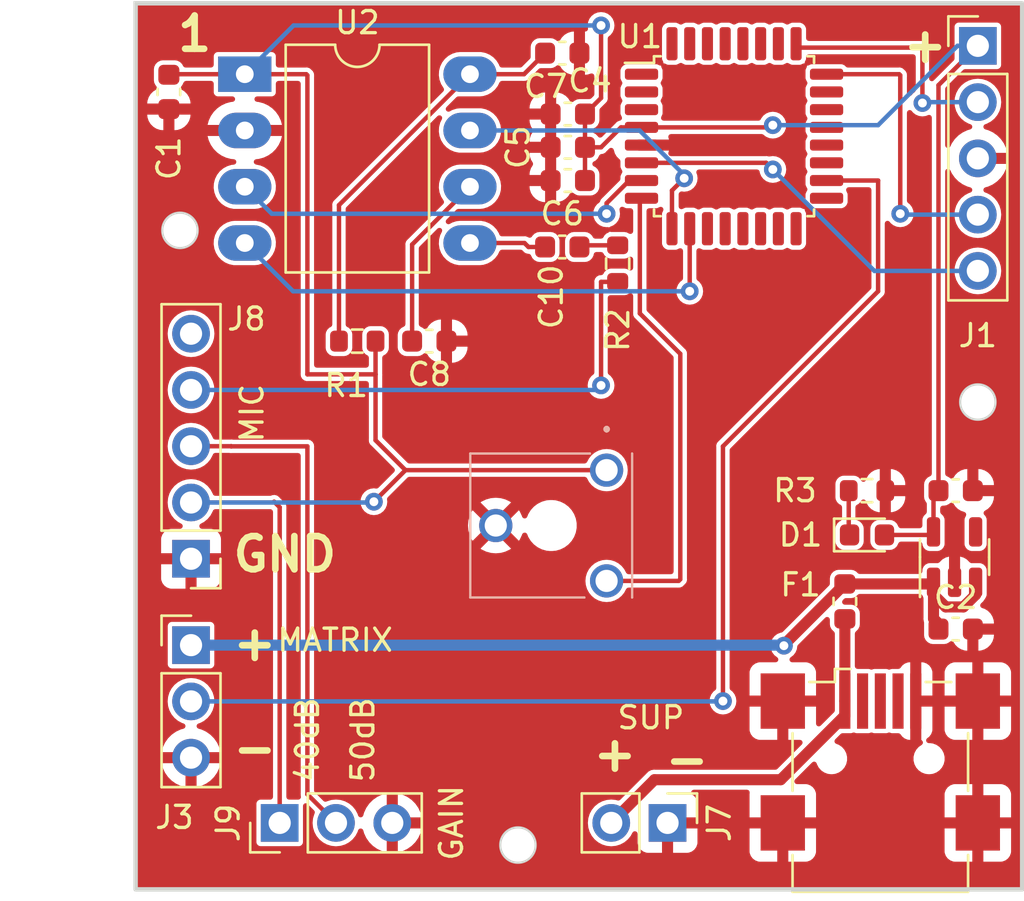
<source format=kicad_pcb>
(kicad_pcb (version 20221018) (generator pcbnew)
  (layers (0 "F.Cu" signal) (31 "B.Cu" signal) (34 "B.Paste" user) (35 "F.Paste" user) (36 "B.SilkS" user "B.Silkscreen") (37 "F.SilkS" user "F.Silkscreen") (38 "B.Mask" user) (39 "F.Mask" user) (44 "Edge.Cuts" user))
  (net 0 "")
  (net 1 "GND")
  (net 2 "NRST")
  (net 3 "+3.3V")
  (net 4 "+BATT")
  (net 5 "Net-(U2-CKIN)")
  (net 6 "Net-(U2-GND)")
  (net 7 "Net-(U2-IN)")
  (net 8 "Net-(C10-Pad2)")
  (net 9 "Net-(D1-K)")
  (net 10 "VBUS")
  (net 11 "SWCLK")
  (net 12 "SWDIO")
  (net 13 "Net-(J8-Pin_3)")
  (net 14 "AUDIO_OUT")
  (net 19 "MSGEQ7_OUT")
  (net 20 "POTI_WIPER")
  (net 21 "MSGEQ7_RESET")
  (net 22 "MSGEQ7_STROBE")
  (net 30 "LED_MATRIX_DIN")
  (footprint "Connector_PinHeader_2.54mm:PinHeader_1x03_P2.54mm_Vertical" (layer "F.Cu") (at 106.5 86 90)
    (fp_text reference "J9" (at 0 -2.33 90) (layer "F.SilkS"))
    (fp_text value "GAIN")
    (fp_line (start -1.33 -1.33) (end 0 -1.33) (stroke (width 0.12)) (layer "F.SilkS"))
    (fp_line (start -1.33 0) (end -1.33 -1.33) (stroke (width 0.12)) (layer "F.SilkS"))
    (fp_line (start -1.33 1.27) (end -1.33 6.41) (stroke (width 0.12)) (layer "F.SilkS"))
    (fp_line (start -1.33 1.27) (end 1.33 1.27) (stroke (width 0.12)) (layer "F.SilkS"))
    (fp_line (start -1.33 6.41) (end 1.33 6.41) (stroke (width 0.12)) (layer "F.SilkS"))
    (fp_line (start 1.33 1.27) (end 1.33 6.41) (stroke (width 0.12)) (layer "F.SilkS"))
    (pad "1" thru_hole rect (at 0 0 90) (size 1.7 1.7) (drill 1) (layers "*.Cu" "*.Mask") (net 3 "+3.3V"))
    (pad "2" thru_hole oval (at 0 2.54 90) (size 1.7 1.7) (drill 1) (layers "*.Cu" "*.Mask") (net 13 "Net-(J8-Pin_3)"))
    (pad "3" thru_hole oval (at 0 5.08 90) (size 1.7 1.7) (drill 1) (layers "*.Cu" "*.Mask") (net 1 "GND"))
  )
  (footprint "Connector_PinHeader_2.54mm:PinHeader_1x05_P2.54mm_Vertical" (layer "F.Cu") (at 102.5 74.075 180)
    (fp_text reference "J8" (at -2.5 10.825 180) (layer "F.SilkS"))
    (fp_text value "MIC")
    (fp_line (start -1.33 -1.33) (end 0 -1.33) (stroke (width 0.12)) (layer "F.SilkS"))
    (fp_line (start -1.33 0) (end -1.33 -1.33) (stroke (width 0.12)) (layer "F.SilkS"))
    (fp_line (start -1.33 1.27) (end -1.33 11.49) (stroke (width 0.12)) (layer "F.SilkS"))
    (fp_line (start -1.33 1.27) (end 1.33 1.27) (stroke (width 0.12)) (layer "F.SilkS"))
    (fp_line (start -1.33 11.49) (end 1.33 11.49) (stroke (width 0.12)) (layer "F.SilkS"))
    (fp_line (start 1.33 1.27) (end 1.33 11.49) (stroke (width 0.12)) (layer "F.SilkS"))
    (pad "1" thru_hole rect (at 0 0 180) (size 1.7 1.7) (drill 1) (layers "*.Cu" "*.Mask") (net 1 "GND"))
    (pad "2" thru_hole oval (at 0 2.54 180) (size 1.7 1.7) (drill 1) (layers "*.Cu" "*.Mask") (net 3 "+3.3V"))
    (pad "3" thru_hole oval (at 0 5.08 180) (size 1.7 1.7) (drill 1) (layers "*.Cu" "*.Mask") (net 13 "Net-(J8-Pin_3)"))
    (pad "4" thru_hole oval (at 0 7.62 180) (size 1.7 1.7) (drill 1) (layers "*.Cu" "*.Mask") (net 14 "AUDIO_OUT"))
    (pad "5" thru_hole oval (at 0 10.16 180) (size 1.7 1.7) (drill 1) (layers "*.Cu" "*.Mask"))
  )
  (footprint "Capacitor_SMD:C_0603_1608Metric" (layer "F.Cu") (at 119.25 60)
    (fp_text reference "C10" (at -0.5 2.25 90) (layer "F.SilkS"))
    (fp_text value "10nF")
    (fp_line (start -0.14058 -0.51) (end 0.14058 -0.51) (stroke (width 0.12)) (layer "F.SilkS"))
    (fp_line (start -0.14058 0.51) (end 0.14058 0.51) (stroke (width 0.12)) (layer "F.SilkS"))
    (pad "1" smd roundrect (at -0.775 0) (size 0.9 0.95) (layers "F.Cu" "F.Paste" "F.Mask") (net 7 "Net-(U2-IN)"))
    (pad "2" smd roundrect (at 0.775 0) (size 0.9 0.95) (layers "F.Cu" "F.Paste" "F.Mask") (net 8 "Net-(C10-Pad2)"))
  )
  (footprint "Connector_PinHeader_2.54mm:PinHeader_1x03_P2.54mm_Vertical" (layer "F.Cu") (at 102.5 77.975)
    (fp_text reference "J3" (at -0.75 7.775) (layer "F.SilkS"))
    (fp_text value "LED_MATRIX")
    (fp_line (start -1.33 -1.33) (end 0 -1.33) (stroke (width 0.12)) (layer "F.SilkS"))
    (fp_line (start -1.33 0) (end -1.33 -1.33) (stroke (width 0.12)) (layer "F.SilkS"))
    (fp_line (start -1.33 1.27) (end -1.33 6.41) (stroke (width 0.12)) (layer "F.SilkS"))
    (fp_line (start -1.33 1.27) (end 1.33 1.27) (stroke (width 0.12)) (layer "F.SilkS"))
    (fp_line (start -1.33 6.41) (end 1.33 6.41) (stroke (width 0.12)) (layer "F.SilkS"))
    (fp_line (start 1.33 1.27) (end 1.33 6.41) (stroke (width 0.12)) (layer "F.SilkS"))
    (pad "1" thru_hole rect (at 0 0) (size 1.7 1.7) (drill 1) (layers "*.Cu" "*.Mask") (net 4 "+BATT"))
    (pad "2" thru_hole oval (at 0 2.54) (size 1.7 1.7) (drill 1) (layers "*.Cu" "*.Mask") (net 30 "LED_MATRIX_DIN"))
    (pad "3" thru_hole oval (at 0 5.08) (size 1.7 1.7) (drill 1) (layers "*.Cu" "*.Mask") (net 1 "GND"))
  )
  (footprint "LED_SMD:LED_0603_1608Metric" (layer "F.Cu") (at 133 73)
    (fp_text reference "D1" (at -3 0) (layer "F.SilkS"))
    (fp_text value "LED" hide)
    (fp_line (start -1.485 -0.735) (end -1.485 0.735) (stroke (width 0.12)) (layer "F.SilkS"))
    (fp_line (start -1.485 0.735) (end 0.8 0.735) (stroke (width 0.12)) (layer "F.SilkS"))
    (fp_line (start 0.8 -0.735) (end -1.485 -0.735) (stroke (width 0.12)) (layer "F.SilkS"))
    (pad "1" smd roundrect (at -0.7875 0) (size 0.875 0.95) (layers "F.Cu" "F.Paste" "F.Mask") (net 9 "Net-(D1-K)"))
    (pad "2" smd roundrect (at 0.7875 0) (size 0.875 0.95) (layers "F.Cu" "F.Paste" "F.Mask") (net 3 "+3.3V"))
  )
  (footprint "Package_DIP:DIP-8_W10.16mm_LongPads" (layer "F.Cu") (at 104.925 52.2)
    (fp_text reference "U2" (at 5.08 -2.33) (layer "F.SilkS"))
    (fp_text value "~")
    (fp_line (start 1.845 -1.33) (end 1.845 8.95) (stroke (width 0.12)) (layer "F.SilkS"))
    (fp_line (start 1.845 8.95) (end 8.315 8.95) (stroke (width 0.12)) (layer "F.SilkS"))
    (fp_line (start 4.08 -1.33) (end 1.845 -1.33) (stroke (width 0.12)) (layer "F.SilkS"))
    (fp_line (start 8.315 -1.33) (end 6.08 -1.33) (stroke (width 0.12)) (layer "F.SilkS"))
    (fp_line (start 8.315 8.95) (end 8.315 -1.33) (stroke (width 0.12)) (layer "F.SilkS"))
    (fp_arc (start 6.08 -1.33) (mid 5.08 -0.33) (end 4.08 -1.33) (stroke (width 0.12)) (layer "F.SilkS"))
    (pad "1" thru_hole rect (at 0 0) (size 2.4 1.6) (drill 0.8) (layers "*.Cu" "*.Mask") (net 3 "+3.3V"))
    (pad "2" thru_hole oval (at 0 2.54) (size 2.4 1.6) (drill 0.8) (layers "*.Cu" "*.Mask") (net 1 "GND"))
    (pad "3" thru_hole oval (at 0 5.08) (size 2.4 1.6) (drill 0.8) (layers "*.Cu" "*.Mask") (net 19 "MSGEQ7_OUT"))
    (pad "4" thru_hole oval (at 0 7.62) (size 2.4 1.6) (drill 0.8) (layers "*.Cu" "*.Mask") (net 22 "MSGEQ7_STROBE"))
    (pad "5" thru_hole oval (at 10.16 7.62) (size 2.4 1.6) (drill 0.8) (layers "*.Cu" "*.Mask") (net 7 "Net-(U2-IN)"))
    (pad "6" thru_hole oval (at 10.16 5.08) (size 2.4 1.6) (drill 0.8) (layers "*.Cu" "*.Mask") (net 6 "Net-(U2-GND)"))
    (pad "7" thru_hole oval (at 10.16 2.54) (size 2.4 1.6) (drill 0.8) (layers "*.Cu" "*.Mask") (net 21 "MSGEQ7_RESET"))
    (pad "8" thru_hole oval (at 10.16 0) (size 2.4 1.6) (drill 0.8) (layers "*.Cu" "*.Mask") (net 5 "Net-(U2-CKIN)"))
  )
  (footprint "Capacitor_SMD:C_0603_1608Metric" (layer "F.Cu") (at 119.5 55.5 180)
    (fp_text reference "C5" (at 2.25 0 90) (layer "F.SilkS"))
    (fp_text value "100nF")
    (fp_line (start -0.14058 -0.51) (end 0.14058 -0.51) (stroke (width 0.12)) (layer "F.SilkS"))
    (fp_line (start -0.14058 0.51) (end 0.14058 0.51) (stroke (width 0.12)) (layer "F.SilkS"))
    (pad "1" smd roundrect (at -0.775 0 180) (size 0.9 0.95) (layers "F.Cu" "F.Paste" "F.Mask") (net 3 "+3.3V"))
    (pad "2" smd roundrect (at 0.775 0 180) (size 0.9 0.95) (layers "F.Cu" "F.Paste" "F.Mask") (net 1 "GND"))
  )
  (footprint "Capacitor_SMD:C_0603_1608Metric" (layer "F.Cu") (at 119.25 51.25)
    (fp_text reference "C7" (at -0.75 1.5) (layer "F.SilkS"))
    (fp_text value "33 pF")
    (fp_line (start -0.14058 -0.51) (end 0.14058 -0.51) (stroke (width 0.12)) (layer "F.SilkS"))
    (fp_line (start -0.14058 0.51) (end 0.14058 0.51) (stroke (width 0.12)) (layer "F.SilkS"))
    (pad "1" smd roundrect (at -0.775 0) (size 0.9 0.95) (layers "F.Cu" "F.Paste" "F.Mask") (net 5 "Net-(U2-CKIN)"))
    (pad "2" smd roundrect (at 0.775 0) (size 0.9 0.95) (layers "F.Cu" "F.Paste" "F.Mask") (net 1 "GND"))
  )
  (footprint "Capacitor_SMD:C_0603_1608Metric" (layer "F.Cu") (at 101.5 53 -90)
    (fp_text reference "C1" (at 3 0 90) (layer "F.SilkS"))
    (fp_text value "100nF")
    (fp_line (start -0.14058 -0.51) (end 0.14058 -0.51) (stroke (width 0.12)) (layer "F.SilkS"))
    (fp_line (start -0.14058 0.51) (end 0.14058 0.51) (stroke (width 0.12)) (layer "F.SilkS"))
    (pad "1" smd roundrect (at -0.775 0 270) (size 0.9 0.95) (layers "F.Cu" "F.Paste" "F.Mask") (net 3 "+3.3V"))
    (pad "2" smd roundrect (at 0.775 0 270) (size 0.9 0.95) (layers "F.Cu" "F.Paste" "F.Mask") (net 1 "GND"))
  )
  (footprint "Fuse:Fuse_0603_1608Metric" (layer "F.Cu") (at 132 76 90)
    (fp_text reference "F1" (at 0.75 -2 180) (layer "F.SilkS"))
    (fp_text value "Fuse" hide)
    (fp_line (start -0.162779 -0.51) (end 0.162779 -0.51) (stroke (width 0.12)) (layer "F.SilkS"))
    (fp_line (start -0.162779 0.51) (end 0.162779 0.51) (stroke (width 0.12)) (layer "F.SilkS"))
    (pad "1" smd roundrect (at -0.7875 0 90) (size 0.875 0.95) (layers "F.Cu" "F.Paste" "F.Mask") (net 10 "VBUS"))
    (pad "2" smd roundrect (at 0.7875 0 90) (size 0.875 0.95) (layers "F.Cu" "F.Paste" "F.Mask") (net 4 "+BATT"))
  )
  (footprint "Package_QFP:LQFP-32_7x7mm_P0.8mm" (layer "F.Cu") (at 127 55)
    (fp_text reference "U1" (at -4.25 -4.5) (layer "F.SilkS"))
    (fp_text value "STM32G070KBTx")
    (fp_line (start -3.61 -3.61) (end -3.61 -3.31) (stroke (width 0.12)) (layer "F.SilkS"))
    (fp_line (start -3.61 -3.31) (end -4.925 -3.31) (stroke (width 0.12)) (layer "F.SilkS"))
    (fp_line (start -3.61 3.61) (end -3.61 3.31) (stroke (width 0.12)) (layer "F.SilkS"))
    (fp_line (start -3.31 -3.61) (end -3.61 -3.61) (stroke (width 0.12)) (layer "F.SilkS"))
    (fp_line (start -3.31 3.61) (end -3.61 3.61) (stroke (width 0.12)) (layer "F.SilkS"))
    (fp_line (start 3.31 -3.61) (end 3.61 -3.61) (stroke (width 0.12)) (layer "F.SilkS"))
    (fp_line (start 3.31 3.61) (end 3.61 3.61) (stroke (width 0.12)) (layer "F.SilkS"))
    (fp_line (start 3.61 -3.61) (end 3.61 -3.31) (stroke (width 0.12)) (layer "F.SilkS"))
    (fp_line (start 3.61 3.61) (end 3.61 3.31) (stroke (width 0.12)) (layer "F.SilkS"))
    (pad "1" smd roundrect (at -4.175 -2.8) (size 1.5 0.5) (layers "F.Cu" "F.Paste" "F.Mask"))
    (pad "2" smd roundrect (at -4.175 -2) (size 1.5 0.5) (layers "F.Cu" "F.Paste" "F.Mask"))
    (pad "3" smd roundrect (at -4.175 -1.2) (size 1.5 0.5) (layers "F.Cu" "F.Paste" "F.Mask"))
    (pad "4" smd roundrect (at -4.175 -0.4) (size 1.5 0.5) (layers "F.Cu" "F.Paste" "F.Mask") (net 3 "+3.3V"))
    (pad "5" smd roundrect (at -4.175 0.4) (size 1.5 0.5) (layers "F.Cu" "F.Paste" "F.Mask") (net 1 "GND"))
    (pad "6" smd roundrect (at -4.175 1.2) (size 1.5 0.5) (layers "F.Cu" "F.Paste" "F.Mask") (net 2 "NRST"))
    (pad "7" smd roundrect (at -4.175 2) (size 1.5 0.5) (layers "F.Cu" "F.Paste" "F.Mask") (net 19 "MSGEQ7_OUT"))
    (pad "8" smd roundrect (at -4.175 2.8) (size 1.5 0.5) (layers "F.Cu" "F.Paste" "F.Mask") (net 20 "POTI_WIPER"))
    (pad "9" smd roundrect (at -2.8 4.175) (size 0.5 1.5) (layers "F.Cu" "F.Paste" "F.Mask") (net 21 "MSGEQ7_RESET"))
    (pad "10" smd roundrect (at -2 4.175) (size 0.5 1.5) (layers "F.Cu" "F.Paste" "F.Mask") (net 22 "MSGEQ7_STROBE"))
    (pad "11" smd roundrect (at -1.2 4.175) (size 0.5 1.5) (layers "F.Cu" "F.Paste" "F.Mask"))
    (pad "12" smd roundrect (at -0.4 4.175) (size 0.5 1.5) (layers "F.Cu" "F.Paste" "F.Mask"))
    (pad "13" smd roundrect (at 0.4 4.175) (size 0.5 1.5) (layers "F.Cu" "F.Paste" "F.Mask"))
    (pad "14" smd roundrect (at 1.2 4.175) (size 0.5 1.5) (layers "F.Cu" "F.Paste" "F.Mask"))
    (pad "15" smd roundrect (at 2 4.175) (size 0.5 1.5) (layers "F.Cu" "F.Paste" "F.Mask"))
    (pad "16" smd roundrect (at 2.8 4.175) (size 0.5 1.5) (layers "F.Cu" "F.Paste" "F.Mask"))
    (pad "17" smd roundrect (at 4.175 2.8) (size 1.5 0.5) (layers "F.Cu" "F.Paste" "F.Mask"))
    (pad "18" smd roundrect (at 4.175 2) (size 1.5 0.5) (layers "F.Cu" "F.Paste" "F.Mask") (net 30 "LED_MATRIX_DIN"))
    (pad "19" smd roundrect (at 4.175 1.2) (size 1.5 0.5) (layers "F.Cu" "F.Paste" "F.Mask"))
    (pad "20" smd roundrect (at 4.175 0.4) (size 1.5 0.5) (layers "F.Cu" "F.Paste" "F.Mask"))
    (pad "21" smd roundrect (at 4.175 -0.4) (size 1.5 0.5) (layers "F.Cu" "F.Paste" "F.Mask"))
    (pad "22" smd roundrect (at 4.175 -1.2) (size 1.5 0.5) (layers "F.Cu" "F.Paste" "F.Mask"))
    (pad "23" smd roundrect (at 4.175 -2) (size 1.5 0.5) (layers "F.Cu" "F.Paste" "F.Mask"))
    (pad "24" smd roundrect (at 4.175 -2.8) (size 1.5 0.5) (layers "F.Cu" "F.Paste" "F.Mask") (net 12 "SWDIO"))
    (pad "25" smd roundrect (at 2.8 -4.175) (size 0.5 1.5) (layers "F.Cu" "F.Paste" "F.Mask") (net 11 "SWCLK"))
    (pad "26" smd roundrect (at 2 -4.175) (size 0.5 1.5) (layers "F.Cu" "F.Paste" "F.Mask"))
    (pad "27" smd roundrect (at 1.2 -4.175) (size 0.5 1.5) (layers "F.Cu" "F.Paste" "F.Mask"))
    (pad "28" smd roundrect (at 0.4 -4.175) (size 0.5 1.5) (layers "F.Cu" "F.Paste" "F.Mask"))
    (pad "29" smd roundrect (at -0.4 -4.175) (size 0.5 1.5) (layers "F.Cu" "F.Paste" "F.Mask"))
    (pad "30" smd roundrect (at -1.2 -4.175) (size 0.5 1.5) (layers "F.Cu" "F.Paste" "F.Mask"))
    (pad "31" smd roundrect (at -2 -4.175) (size 0.5 1.5) (layers "F.Cu" "F.Paste" "F.Mask"))
    (pad "32" smd roundrect (at -2.8 -4.175) (size 0.5 1.5) (layers "F.Cu" "F.Paste" "F.Mask"))
  )
  (footprint "Capacitor_SMD:C_0603_1608Metric" (layer "F.Cu") (at 137 77.25)
    (fp_text reference "C2" (at 0 -1.43) (layer "F.SilkS"))
    (fp_text value "100nF")
    (fp_line (start -0.14058 -0.51) (end 0.14058 -0.51) (stroke (width 0.12)) (layer "F.SilkS"))
    (fp_line (start -0.14058 0.51) (end 0.14058 0.51) (stroke (width 0.12)) (layer "F.SilkS"))
    (pad "1" smd roundrect (at -0.775 0) (size 0.9 0.95) (layers "F.Cu" "F.Paste" "F.Mask") (net 4 "+BATT"))
    (pad "2" smd roundrect (at 0.775 0) (size 0.9 0.95) (layers "F.Cu" "F.Paste" "F.Mask") (net 1 "GND"))
  )
  (footprint "Resistor_SMD:R_0603_1608Metric" (layer "F.Cu") (at 133 71 180)
    (fp_text reference "R3" (at 3.25 0) (layer "F.SilkS"))
    (fp_text value "22k" hide)
    (fp_line (start -0.237258 -0.5225) (end 0.237258 -0.5225) (stroke (width 0.12)) (layer "F.SilkS"))
    (fp_line (start -0.237258 0.5225) (end 0.237258 0.5225) (stroke (width 0.12)) (layer "F.SilkS"))
    (pad "1" smd roundrect (at -0.825 0 180) (size 0.8 0.95) (layers "F.Cu" "F.Paste" "F.Mask") (net 1 "GND"))
    (pad "2" smd roundrect (at 0.825 0 180) (size 0.8 0.95) (layers "F.Cu" "F.Paste" "F.Mask") (net 9 "Net-(D1-K)"))
  )
  (footprint "Connector_PinHeader_2.54mm:PinHeader_1x02_P2.54mm_Vertical" (layer "F.Cu") (at 124 86 -90)
    (fp_text reference "J7" (at 0 -2.33 90) (layer "F.SilkS"))
    (fp_text value "Battery")
    (fp_line (start -1.33 -1.33) (end 0 -1.33) (stroke (width 0.12)) (layer "F.SilkS"))
    (fp_line (start -1.33 0) (end -1.33 -1.33) (stroke (width 0.12)) (layer "F.SilkS"))
    (fp_line (start -1.33 1.27) (end -1.33 3.87) (stroke (width 0.12)) (layer "F.SilkS"))
    (fp_line (start -1.33 1.27) (end 1.33 1.27) (stroke (width 0.12)) (layer "F.SilkS"))
    (fp_line (start -1.33 3.87) (end 1.33 3.87) (stroke (width 0.12)) (layer "F.SilkS"))
    (fp_line (start 1.33 1.27) (end 1.33 3.87) (stroke (width 0.12)) (layer "F.SilkS"))
    (pad "1" thru_hole rect (at 0 0 270) (size 1.7 1.7) (drill 1) (layers "*.Cu" "*.Mask") (net 1 "GND"))
    (pad "2" thru_hole oval (at 0 2.54 270) (size 1.7 1.7) (drill 1) (layers "*.Cu" "*.Mask") (net 10 "VBUS"))
  )
  (footprint "Connector_USB:USB_Mini-B_Wuerth_65100516121_Horizontal" (layer "F.Cu") (at 133.6 83.1)
    (fp_text reference "J2" hide)
    (fp_text value "USB_B_Mini" hide)
    (fp_line (start -3.96 1.45) (end -3.96 -1.15) (stroke (width 0.12)) (layer "F.SilkS"))
    (fp_line (start -3.96 4.35) (end -3.96 6.01) (stroke (width 0.12)) (layer "F.SilkS"))
    (fp_line (start -3.96 6.01) (end 3.96 6.01) (stroke (width 0.12)) (layer "F.SilkS"))
    (fp_line (start -3.2 -3.46) (end -2.05 -3.46) (stroke (width 0.12)) (layer "F.SilkS"))
    (fp_line (start -2.05 -4.05) (end -1.35 -4.05) (stroke (width 0.12)) (layer "F.SilkS"))
    (fp_line (start -2.05 -3.46) (end -2.05 -4.05) (stroke (width 0.12)) (layer "F.SilkS"))
    (fp_line (start 2.05 -3.46) (end 3.2 -3.46) (stroke (width 0.12)) (layer "F.SilkS"))
    (fp_line (start 3.96 -1.15) (end 3.96 1.45) (stroke (width 0.12)) (layer "F.SilkS"))
    (fp_line (start 3.96 6.01) (end 3.96 4.35) (stroke (width 0.12)) (layer "F.SilkS"))
    (pad "" np_thru_hole circle (at -2.2 0) (size 0.9 0.9) (drill 0.9) (layers "*.Cu" "*.Mask"))
    (pad "" np_thru_hole circle (at 2.2 0) (size 0.9 0.9) (drill 0.9) (layers "*.Cu" "*.Mask"))
    (pad "1" smd rect (at -1.6 -2.6) (size 0.5 2.5) (layers "F.Cu" "F.Paste" "F.Mask") (net 10 "VBUS"))
    (pad "2" smd rect (at -0.8 -2.6) (size 0.5 2.5) (layers "F.Cu" "F.Paste" "F.Mask"))
    (pad "3" smd rect (at 0 -2.6) (size 0.5 2.5) (layers "F.Cu" "F.Paste" "F.Mask"))
    (pad "4" smd rect (at 0.8 -2.6) (size 0.5 2.5) (layers "F.Cu" "F.Paste" "F.Mask"))
    (pad "5" smd rect (at 1.6 -2.6) (size 0.5 2.5) (layers "F.Cu" "F.Paste" "F.Mask") (net 1 "GND"))
    (pad "6" smd rect (at -4.4 -2.6) (size 2 2.5) (layers "F.Cu" "F.Paste" "F.Mask") (net 1 "GND"))
    (pad "6" smd rect (at -4.4 2.9) (size 2 2.5) (layers "F.Cu" "F.Paste" "F.Mask") (net 1 "GND"))
    (pad "6" smd rect (at 4.4 -2.6) (size 2 2.5) (layers "F.Cu" "F.Paste" "F.Mask") (net 1 "GND"))
    (pad "6" smd rect (at 4.4 2.9) (size 2 2.5) (layers "F.Cu" "F.Paste" "F.Mask") (net 1 "GND"))
  )
  (footprint "Resistor_SMD:R_0603_1608Metric" (layer "F.Cu") (at 121.75 60.75 90)
    (fp_text reference "R2" (at -3 0 90) (layer "F.SilkS"))
    (fp_text value "22k")
    (fp_line (start -0.237258 -0.5225) (end 0.237258 -0.5225) (stroke (width 0.12)) (layer "F.SilkS"))
    (fp_line (start -0.237258 0.5225) (end 0.237258 0.5225) (stroke (width 0.12)) (layer "F.SilkS"))
    (pad "1" smd roundrect (at -0.825 0 90) (size 0.8 0.95) (layers "F.Cu" "F.Paste" "F.Mask") (net 14 "AUDIO_OUT"))
    (pad "2" smd roundrect (at 0.825 0 90) (size 0.8 0.95) (layers "F.Cu" "F.Paste" "F.Mask") (net 8 "Net-(C10-Pad2)"))
  )
  (footprint "Package_TO_SOT_SMD:SOT-23-5" (layer "F.Cu") (at 136.95 74 90)
    (fp_text reference "U3" hide)
    (fp_text value "TCR2LF33" hide)
    (fp_line (start 0 -1.56) (end -1.8 -1.56) (stroke (width 0.12)) (layer "F.SilkS"))
    (fp_line (start 0 -1.56) (end 0.8 -1.56) (stroke (width 0.12)) (layer "F.SilkS"))
    (fp_line (start 0 1.56) (end -0.8 1.56) (stroke (width 0.12)) (layer "F.SilkS"))
    (fp_line (start 0 1.56) (end 0.8 1.56) (stroke (width 0.12)) (layer "F.SilkS"))
    (pad "1" smd roundrect (at -1.1375 -0.95 90) (size 1.325 0.6) (layers "F.Cu" "F.Paste" "F.Mask") (net 4 "+BATT"))
    (pad "2" smd roundrect (at -1.1375 0 90) (size 1.325 0.6) (layers "F.Cu" "F.Paste" "F.Mask") (net 1 "GND"))
    (pad "3" smd roundrect (at -1.1375 0.95 90) (size 1.325 0.6) (layers "F.Cu" "F.Paste" "F.Mask") (net 4 "+BATT"))
    (pad "4" smd roundrect (at 1.1375 0.95 90) (size 1.325 0.6) (layers "F.Cu" "F.Paste" "F.Mask"))
    (pad "5" smd roundrect (at 1.1375 -0.95 90) (size 1.325 0.6) (layers "F.Cu" "F.Paste" "F.Mask") (net 3 "+3.3V"))
  )
  (footprint "Capacitor_SMD:C_0603_1608Metric" (layer "F.Cu") (at 119.5 57 180)
    (fp_text reference "C6" (at 0.25 -1.5) (layer "F.SilkS"))
    (fp_text value "100nF")
    (fp_line (start -0.14058 -0.51) (end 0.14058 -0.51) (stroke (width 0.12)) (layer "F.SilkS"))
    (fp_line (start -0.14058 0.51) (end 0.14058 0.51) (stroke (width 0.12)) (layer "F.SilkS"))
    (pad "1" smd roundrect (at -0.775 0 180) (size 0.9 0.95) (layers "F.Cu" "F.Paste" "F.Mask") (net 3 "+3.3V"))
    (pad "2" smd roundrect (at 0.775 0 180) (size 0.9 0.95) (layers "F.Cu" "F.Paste" "F.Mask") (net 1 "GND"))
  )
  (footprint "Capacitor_SMD:C_0603_1608Metric" (layer "F.Cu") (at 119.5 54 180)
    (fp_text reference "C4" (at -1 1.5 180) (layer "F.SilkS"))
    (fp_text value "4.7µF")
    (fp_line (start -0.14058 -0.51) (end 0.14058 -0.51) (stroke (width 0.12)) (layer "F.SilkS"))
    (fp_line (start -0.14058 0.51) (end 0.14058 0.51) (stroke (width 0.12)) (layer "F.SilkS"))
    (pad "1" smd roundrect (at -0.775 0 180) (size 0.9 0.95) (layers "F.Cu" "F.Paste" "F.Mask") (net 3 "+3.3V"))
    (pad "2" smd roundrect (at 0.775 0 180) (size 0.9 0.95) (layers "F.Cu" "F.Paste" "F.Mask") (net 1 "GND"))
  )
  (footprint "Capacitor_SMD:C_0603_1608Metric" (layer "F.Cu") (at 137 71)
    (fp_text reference "C3" hide)
    (fp_text value "100nF" hide)
    (fp_line (start -0.14058 -0.51) (end 0.14058 -0.51) (stroke (width 0.12)) (layer "F.SilkS"))
    (fp_line (start -0.14058 0.51) (end 0.14058 0.51) (stroke (width 0.12)) (layer "F.SilkS"))
    (pad "1" smd roundrect (at -0.775 0) (size 0.9 0.95) (layers "F.Cu" "F.Paste" "F.Mask") (net 3 "+3.3V"))
    (pad "2" smd roundrect (at 0.775 0) (size 0.9 0.95) (layers "F.Cu" "F.Paste" "F.Mask") (net 1 "GND"))
  )
  (footprint "Resistor_SMD:R_0603_1608Metric" (layer "F.Cu") (at 110 64.25)
    (fp_text reference "R1" (at -0.5 2) (layer "F.SilkS"))
    (fp_text value "200k")
    (fp_line (start -0.237258 -0.5225) (end 0.237258 -0.5225) (stroke (width 0.12)) (layer "F.SilkS"))
    (fp_line (start -0.237258 0.5225) (end 0.237258 0.5225) (stroke (width 0.12)) (layer "F.SilkS"))
    (pad "1" smd roundrect (at -0.825 0) (size 0.8 0.95) (layers "F.Cu" "F.Paste" "F.Mask") (net 5 "Net-(U2-CKIN)"))
    (pad "2" smd roundrect (at 0.825 0) (size 0.8 0.95) (layers "F.Cu" "F.Paste" "F.Mask") (net 3 "+3.3V"))
  )
  (footprint "Capacitor_SMD:C_0603_1608Metric" (layer "F.Cu") (at 113.25 64.25)
    (fp_text reference "C8" (at 0 1.5) (layer "F.SilkS"))
    (fp_text value "100nF")
    (fp_line (start -0.14058 -0.51) (end 0.14058 -0.51) (stroke (width 0.12)) (layer "F.SilkS"))
    (fp_line (start -0.14058 0.51) (end 0.14058 0.51) (stroke (width 0.12)) (layer "F.SilkS"))
    (pad "1" smd roundrect (at -0.775 0) (size 0.9 0.95) (layers "F.Cu" "F.Paste" "F.Mask") (net 6 "Net-(U2-GND)"))
    (pad "2" smd roundrect (at 0.775 0) (size 0.9 0.95) (layers "F.Cu" "F.Paste" "F.Mask") (net 1 "GND"))
  )
  (footprint "Connector_PinHeader_2.54mm:PinHeader_1x05_P2.54mm_Vertical" (layer "F.Cu") (at 138 50.92)
    (fp_text reference "J1" (at 0 13.08) (layer "F.SilkS"))
    (fp_text value "SWD")
    (fp_line (start -1.33 -1.33) (end 0 -1.33) (stroke (width 0.12)) (layer "F.SilkS"))
    (fp_line (start -1.33 0) (end -1.33 -1.33) (stroke (width 0.12)) (layer "F.SilkS"))
    (fp_line (start -1.33 1.27) (end -1.33 11.49) (stroke (width 0.12)) (layer "F.SilkS"))
    (fp_line (start -1.33 1.27) (end 1.33 1.27) (stroke (width 0.12)) (layer "F.SilkS"))
    (fp_line (start -1.33 11.49) (end 1.33 11.49) (stroke (width 0.12)) (layer "F.SilkS"))
    (fp_line (start 1.33 1.27) (end 1.33 11.49) (stroke (width 0.12)) (layer "F.SilkS"))
    (pad "1" thru_hole rect (at 0 0) (size 1.7 1.7) (drill 1) (layers "*.Cu" "*.Mask") (net 3 "+3.3V"))
    (pad "2" thru_hole oval (at 0 2.54) (size 1.7 1.7) (drill 1) (layers "*.Cu" "*.Mask") (net 11 "SWCLK"))
    (pad "3" thru_hole oval (at 0 5.08) (size 1.7 1.7) (drill 1) (layers "*.Cu" "*.Mask") (net 1 "GND"))
    (pad "4" thru_hole oval (at 0 7.62) (size 1.7 1.7) (drill 1) (layers "*.Cu" "*.Mask") (net 12 "SWDIO"))
    (pad "5" thru_hole oval (at 0 10.16) (size 1.7 1.7) (drill 1) (layers "*.Cu" "*.Mask") (net 2 "NRST"))
  )
  (footprint "SamacSys_Parts:601010" (layer "B.Cu") (at 121.25 70.075 -90)
    (fp_text reference "VR1" hide)
    (fp_text value "601010" hide)
    (fp_line (start -1.9 0) (end -1.9 0) (stroke (width 0.2)) (layer "B.SilkS"))
    (fp_line (start -1.9 0) (end -1.9 0) (stroke (width 0.2)) (layer "B.SilkS"))
    (fp_line (start -1.8 0) (end -1.8 0) (stroke (width 0.2)) (layer "B.SilkS"))
    (fp_line (start -0.75 -1.15) (end -0.75 -1.15) (stroke (width 0.1)) (layer "B.SilkS"))
    (fp_line (start -0.75 -1.15) (end 5.75 -1.15) (stroke (width 0.1)) (layer "B.SilkS"))
    (fp_line (start -0.75 0.75) (end -0.75 0.75) (stroke (width 0.1)) (layer "B.SilkS"))
    (fp_line (start -0.75 0.75) (end -0.75 6.15) (stroke (width 0.1)) (layer "B.SilkS"))
    (fp_line (start -0.75 6.15) (end -0.75 0.75) (stroke (width 0.1)) (layer "B.SilkS"))
    (fp_line (start -0.75 6.15) (end -0.75 6.15) (stroke (width 0.1)) (layer "B.SilkS"))
    (fp_line (start -0.75 6.15) (end -0.75 6.15) (stroke (width 0.1)) (layer "B.SilkS"))
    (fp_line (start -0.75 6.15) (end 5.75 6.15) (stroke (width 0.1)) (layer "B.SilkS"))
    (fp_line (start 5.75 -1.15) (end -0.75 -1.15) (stroke (width 0.1)) (layer "B.SilkS"))
    (fp_line (start 5.75 -1.15) (end 5.75 -1.15) (stroke (width 0.1)) (layer "B.SilkS"))
    (fp_line (start 5.75 1) (end 5.75 1) (stroke (width 0.1)) (layer "B.SilkS"))
    (fp_line (start 5.75 1) (end 5.75 6.15) (stroke (width 0.1)) (layer "B.SilkS"))
    (fp_line (start 5.75 6.15) (end -0.75 6.15) (stroke (width 0.1)) (layer "B.SilkS"))
    (fp_line (start 5.75 6.15) (end 5.75 1) (stroke (width 0.1)) (layer "B.SilkS"))
    (fp_line (start 5.75 6.15) (end 5.75 6.15) (stroke (width 0.1)) (layer "B.SilkS"))
    (fp_line (start 5.75 6.15) (end 5.75 6.15) (stroke (width 0.1)) (layer "B.SilkS"))
    (fp_arc (start -1.9 0) (mid -1.85 -0.05) (end -1.8 0) (stroke (width 0.2)) (layer "B.SilkS"))
    (fp_arc (start -1.9 0) (mid -1.85 -0.05) (end -1.8 0) (stroke (width 0.2)) (layer "B.SilkS"))
    (fp_arc (start -1.8 0) (mid -1.85 0.05) (end -1.9 0) (stroke (width 0.2)) (layer "B.SilkS"))
    (pad "" np_thru_hole circle (at 2.5 2.5 270) (size 1.8 1.8) (drill 1.8) (layers "*.Cu" "*.Mask"))
    (pad "1" thru_hole circle (at 0 0 270) (size 1.5 1.5) (drill 1) (layers "*.Cu" "*.Mask") (net 3 "+3.3V"))
    (pad "2" thru_hole circle (at 5 0 270) (size 1.5 1.5) (drill 1) (layers "*.Cu" "*.Mask") (net 20 "POTI_WIPER"))
    (pad "3" thru_hole circle (at 2.5 5 270) (size 1.5 1.5) (drill 1) (layers "*.Cu" "*.Mask") (net 1 "GND"))
  )
  (gr_circle (center 117.25 87) (end 118.05 87) (stroke (width 0.1)) (fill none) (layer "Edge.Cuts"))
  (gr_rect (start 100 49) (end 140 89) (stroke (width 0.2)) (fill none) (layer "Edge.Cuts"))
  (gr_circle (center 138 67) (end 138.8 67) (stroke (width 0.1)) (fill none) (layer "Edge.Cuts"))
  (gr_circle (center 102 59.25) (end 102.8 59.25) (stroke (width 0.1)) (fill none) (layer "Edge.Cuts"))
  (gr_text "GND\n" (at 104.25 74.75) (layer "F.SilkS") (effects (font (size 1.5 1.5) (thickness 0.3) bold) (justify left bottom)))
  (gr_text "40dB\n" (at 107.75 82.25 90) (layer "F.SilkS") (effects (font (size 1 1))))
  (gr_text "GAIN" (at 114.25 86 90) (layer "F.SilkS") (effects (font (size 1 1))))
  (gr_text "1" (at 101.75 51.25) (layer "F.SilkS") (effects (font (size 1.5 1.5) (thickness 0.3) bold) (justify left bottom)))
  (gr_text "SUP" (at 123.25 81.25) (layer "F.SilkS") (effects (font (size 1 1))))
  (gr_text "+" (at 104.25 78.75) (layer "F.SilkS") (effects (font (size 1.5 1.5) (thickness 0.3) bold) (justify left bottom)))
  (gr_text "50dB\n" (at 110.25 82.25 90) (layer "F.SilkS") (effects (font (size 1 1))))
  (gr_text "MIC" (at 105.25 67.5 90) (layer "F.SilkS") (effects (font (size 1 1))))
  (gr_text "-" (at 123.75 84) (layer "F.SilkS") (effects (font (size 1.5 1.5) (thickness 0.3) bold) (justify left bottom)))
  (gr_text "-" (at 104.25 83.5) (layer "F.SilkS") (effects (font (size 1.5 1.5) (thickness 0.3) bold) (justify left bottom)))
  (gr_text "+" (at 120.5 83.75) (layer "F.SilkS") (effects (font (size 1.5 1.5) (thickness 0.3) bold) (justify left bottom)))
  (gr_text "MATRIX" (at 109 77.75) (layer "F.SilkS") (effects (font (size 1 1))))
  (gr_text "+" (at 134.5 51.75) (layer "F.SilkS") (effects (font (size 1.5 1.5) (thickness 0.3) bold) (justify left bottom)))
  (segment (start 128.75 56.5) (end 128.45 56.2) (width 0.2) (layer "F.Cu") (net 2))
  (segment (start 128.45 56.2) (end 122.825 56.2) (width 0.2) (layer "F.Cu") (net 2))
  (via (at 128.75 56.5) (size 0.8) (drill 0.4) (layers "F.Cu" "B.Cu") (net 2))
  (segment (start 133.33 61.08) (end 128.75 56.5) (width 0.2) (layer "B.Cu") (net 2))
  (segment (start 138 61.08) (end 133.33 61.08) (width 0.2) (layer "B.Cu") (net 2))
  (segment (start 106.215 71.535) (end 102.5 71.535) (width 0.2) (layer "F.Cu") (net 3))
  (segment (start 121.25 70.075) (end 112.175 70.075) (width 0.2) (layer "F.Cu") (net 3))
  (segment (start 107.75 52.25) (end 107.7 52.2) (width 0.2) (layer "F.Cu") (net 3))
  (segment (start 136.225 52.695) (end 138 50.92) (width 0.2) (layer "F.Cu") (net 3))
  (segment (start 133.7875 73) (end 135.8625 73) (width 0.2) (layer "F.Cu") (net 3))
  (segment (start 110.825 64.25) (end 110.825 65.75) (width 0.2) (layer "F.Cu") (net 3))
  (segment (start 136.225 71) (end 136.225 52.695) (width 0.2) (layer "F.Cu") (net 3))
  (segment (start 107.7 52.2) (end 104.925 52.2) (width 0.2) (layer "F.Cu") (net 3))
  (segment (start 120.275 55.5) (end 120.275 54) (width 0.2) (layer "F.Cu") (net 3))
  (segment (start 136 72.8625) (end 136 71.225) (width 0.2) (layer "F.Cu") (net 3))
  (segment (start 136 71.225) (end 136.225 71) (width 0.2) (layer "F.Cu") (net 3))
  (segment (start 106.5 86) (end 106.5 71.75) (width 0.2) (layer "F.Cu") (net 3))
  (segment (start 128.65 54.6) (end 128.75 54.5) (width 0.2) (layer "F.Cu") (net 3))
  (segment (start 106.25 71.5) (end 106.215 71.535) (width 0.2) (layer "F.Cu") (net 3))
  (segment (start 121 53.275) (end 121 50) (width 0.2) (layer "F.Cu") (net 3))
  (segment (start 135.8625 73) (end 136 72.8625) (width 0.2) (layer "F.Cu") (net 3))
  (segment (start 107.75 65.75) (end 107.75 52.25) (width 0.2) (layer "F.Cu") (net 3))
  (segment (start 110.825 68.725) (end 110.825 65.75) (width 0.2) (layer "F.Cu") (net 3))
  (segment (start 106.5 71.75) (end 106.25 71.5) (width 0.2) (layer "F.Cu") (net 3))
  (segment (start 120.275 57) (end 120.275 55.5) (width 0.2) (layer "F.Cu") (net 3))
  (segment (start 120.275 54) (end 121 53.275) (width 0.2) (layer "F.Cu") (net 3))
  (segment (start 110.75 71.5) (end 112.175 70.075) (width 0.2) (layer "F.Cu") (net 3))
  (segment (start 122.825 54.6) (end 128.65 54.6) (width 0.2) (layer "F.Cu") (net 3))
  (segment (start 110.825 65.75) (end 107.75 65.75) (width 0.2) (layer "F.Cu") (net 3))
  (segment (start 112.175 70.075) (end 110.825 68.725) (width 0.2) (layer "F.Cu") (net 3))
  (segment (start 122.825 54.6) (end 121.9 54.6) (width 0.2) (layer "F.Cu") (net 3))
  (segment (start 121 55.5) (end 120.275 55.5) (width 0.2) (layer "F.Cu") (net 3))
  (segment (start 121.9 54.6) (end 121 55.5) (width 0.2) (layer "F.Cu") (net 3))
  (segment (start 104.925 52.2) (end 101.525 52.2) (width 0.2) (layer "F.Cu") (net 3))
  (segment (start 101.525 52.2) (end 101.5 52.225) (width 0.2) (layer "F.Cu") (net 3))
  (via (at 121 50) (size 0.8) (drill 0.4) (layers "F.Cu" "B.Cu") (net 3))
  (via (at 110.75 71.5) (size 0.8) (drill 0.4) (layers "F.Cu" "B.Cu") (net 3))
  (via (at 128.75 54.5) (size 0.8) (drill 0.4) (layers "F.Cu" "B.Cu") (net 3))
  (segment (start 102.5 71.535) (end 110.715 71.535) (width 0.2) (layer "B.Cu") (net 3))
  (segment (start 128.75 54.5) (end 133.5 54.5) (width 0.2) (layer "B.Cu") (net 3))
  (segment (start 107.125 50) (end 104.925 52.2) (width 0.2) (layer "B.Cu") (net 3))
  (segment (start 133.5 54.5) (end 137.08 50.92) (width 0.2) (layer "B.Cu") (net 3))
  (segment (start 121 50) (end 107.125 50) (width 0.2) (layer "B.Cu") (net 3))
  (segment (start 137.08 50.92) (end 138 50.92) (width 0.2) (layer "B.Cu") (net 3))
  (segment (start 110.715 71.535) (end 110.75 71.5) (width 0.2) (layer "B.Cu") (net 3))
  (segment (start 136.551472 76.25) (end 136 75.698528) (width 0.5) (layer "F.Cu") (net 4))
  (segment (start 136 76.775) (end 136.225 77) (width 0.5) (layer "F.Cu") (net 4))
  (segment (start 129.2375 77.975) (end 132 75.2125) (width 0.5) (layer "F.Cu") (net 4))
  (segment (start 136 75.698528) (end 136 75.1375) (width 0.5) (layer "F.Cu") (net 4))
  (segment (start 129.2375 77.9875) (end 129.25 78) (width 0.5) (layer "F.Cu") (net 4))
  (segment (start 137.348528 76.25) (end 136.551472 76.25) (width 0.5) (layer "F.Cu") (net 4))
  (segment (start 132 75.2125) (end 135.925 75.2125) (width 0.5) (layer "F.Cu") (net 4))
  (segment (start 137.9 75.1375) (end 137.9 75.698528) (width 0.5) (layer "F.Cu") (net 4))
  (segment (start 135.925 75.2125) (end 136 75.1375) (width 0.5) (layer "F.Cu") (net 4))
  (segment (start 137.9 75.698528) (end 137.348528 76.25) (width 0.5) (layer "F.Cu") (net 4))
  (segment (start 129.2375 77.975) (end 129.2375 77.9875) (width 0.5) (layer "F.Cu") (net 4))
  (segment (start 136 75.1375) (end 136 76.775) (width 0.5) (layer "F.Cu") (net 4))
  (via (at 129.25 78) (size 0.8) (drill 0.4) (layers "F.Cu" "B.Cu") (net 4))
  (segment (start 129.25 78) (end 129.225 77.975) (width 0.5) (layer "B.Cu") (net 4))
  (segment (start 129.225 77.975) (end 102.5 77.975) (width 0.5) (layer "B.Cu") (net 4))
  (segment (start 115.085 52.2) (end 117.525 52.2) (width 0.2) (layer "F.Cu") (net 5))
  (segment (start 115.085 52.2) (end 109.175 58.11) (width 0.2) (layer "F.Cu") (net 5))
  (segment (start 109.175 58.11) (end 109.175 64.25) (width 0.2) (layer "F.Cu") (net 5))
  (segment (start 117.525 52.2) (end 118.475 51.25) (width 0.2) (layer "F.Cu") (net 5))
  (segment (start 115.085 57.28) (end 112.475 59.89) (width 0.2) (layer "F.Cu") (net 6))
  (segment (start 112.475 59.89) (end 112.475 64.25) (width 0.2) (layer "F.Cu") (net 6))
  (segment (start 117.725 60) (end 118.475 60) (width 0.2) (layer "F.Cu") (net 7))
  (segment (start 117.545 59.82) (end 115.085 59.82) (width 0.2) (layer "F.Cu") (net 7))
  (segment (start 117.725 60) (end 117.545 59.82) (width 0.2) (layer "F.Cu") (net 7))
  (segment (start 120.1 59.925) (end 120.025 60) (width 0.2) (layer "F.Cu") (net 8))
  (segment (start 121.75 59.925) (end 120.1 59.925) (width 0.2) (layer "F.Cu") (net 8))
  (segment (start 132.175 72.9625) (end 132.2125 73) (width 0.2) (layer "F.Cu") (net 9))
  (segment (start 132.175 71) (end 132.175 72.9625) (width 0.2) (layer "F.Cu") (net 9))
  (segment (start 132 81.156497) (end 132 80.5) (width 0.5) (layer "F.Cu") (net 10))
  (segment (start 123.41 84.05) (end 129.106497 84.05) (width 0.5) (layer "F.Cu") (net 10))
  (segment (start 129.106497 84.05) (end 132 81.156497) (width 0.5) (layer "F.Cu") (net 10))
  (segment (start 132 80.5) (end 132 76.7875) (width 0.5) (layer "F.Cu") (net 10))
  (segment (start 121.46 86) (end 123.41 84.05) (width 0.5) (layer "F.Cu") (net 10))
  (segment (start 130 51) (end 129.825 50.825) (width 0.2) (layer "F.Cu") (net 11))
  (segment (start 129.825 50.825) (end 129.8 50.825) (width 0.2) (layer "F.Cu") (net 11))
  (segment (start 135.5 53.5) (end 135.5 51) (width 0.2) (layer "F.Cu") (net 11))
  (segment (start 135.5 51) (end 130 51) (width 0.2) (layer "F.Cu") (net 11))
  (via (at 135.5 53.5) (size 0.8) (drill 0.4) (layers "F.Cu" "B.Cu") (net 11))
  (segment (start 135.54 53.46) (end 135.5 53.5) (width 0.2) (layer "B.Cu") (net 11))
  (segment (start 138 53.46) (end 135.54 53.46) (width 0.2) (layer "B.Cu") (net 11))
  (segment (start 131.175 52.2) (end 134.45 52.2) (width 0.2) (layer "F.Cu") (net 12))
  (segment (start 134.45 52.2) (end 134.5 52.25) (width 0.2) (layer "F.Cu") (net 12))
  (segment (start 134.5 58.5) (end 134.5 52.25) (width 0.2) (layer "F.Cu") (net 12))
  (via (at 134.5 58.5) (size 0.8) (drill 0.4) (layers "F.Cu" "B.Cu") (net 12))
  (segment (start 138 58.54) (end 134.54 58.54) (width 0.2) (layer "B.Cu") (net 12))
  (segment (start 134.54 58.54) (end 134.5 58.5) (width 0.2) (layer "B.Cu") (net 12))
  (segment (start 102.5 68.995) (end 104.310686 68.995) (width 0.2) (layer "F.Cu") (net 13))
  (segment (start 107.75 84.71) (end 109.04 86) (width 0.2) (layer "F.Cu") (net 13))
  (segment (start 104.315686 69) (end 107.75 69) (width 0.2) (layer "F.Cu") (net 13))
  (segment (start 104.310686 68.995) (end 104.315686 69) (width 0.2) (layer "F.Cu") (net 13))
  (segment (start 107.75 69) (end 107.75 84.71) (width 0.2) (layer "F.Cu") (net 13))
  (segment (start 121 61.575) (end 121 66.25) (width 0.2) (layer "F.Cu") (net 14))
  (segment (start 121.75 61.575) (end 121 61.575) (width 0.2) (layer "F.Cu") (net 14))
  (via (at 121 66.25) (size 0.8) (drill 0.4) (layers "F.Cu" "B.Cu") (net 14))
  (segment (start 121 66.25) (end 120.795 66.455) (width 0.2) (layer "B.Cu") (net 14))
  (segment (start 120.795 66.455) (end 102.5 66.455) (width 0.2) (layer "B.Cu") (net 14))
  (segment (start 122.825 57) (end 122.273959 57) (width 0.2) (layer "F.Cu") (net 19))
  (segment (start 122.273959 57) (end 121.25 58.023959) (width 0.2) (layer "F.Cu") (net 19))
  (segment (start 121.25 58.023959) (end 121.25 58.5) (width 0.2) (layer "F.Cu") (net 19))
  (via (at 121.25 58.5) (size 0.8) (drill 0.4) (layers "F.Cu" "B.Cu") (net 19))
  (segment (start 106.145 58.5) (end 104.925 57.28) (width 0.2) (layer "B.Cu") (net 19))
  (segment (start 121.25 58.5) (end 106.145 58.5) (width 0.2) (layer "B.Cu") (net 19))
  (segment (start 122.75 57.875) (end 122.825 57.8) (width 0.2) (layer "F.Cu") (net 20))
  (segment (start 124.5 75.075) (end 121.25 75.075) (width 0.2) (layer "F.Cu") (net 20))
  (segment (start 124.575 75) (end 124.5 75.075) (width 0.2) (layer "F.Cu") (net 20))
  (segment (start 124.575 64.825) (end 122.75 63) (width 0.2) (layer "F.Cu") (net 20))
  (segment (start 124.575 75) (end 124.575 64.825) (width 0.2) (layer "F.Cu") (net 20))
  (segment (start 122.75 63) (end 122.75 57.875) (width 0.2) (layer "F.Cu") (net 20))
  (segment (start 124.2 57.4495) (end 124.2 59.175) (width 0.2) (layer "F.Cu") (net 21))
  (segment (start 124.75 56.8995) (end 124.2 57.4495) (width 0.2) (layer "F.Cu") (net 21))
  (via (at 124.75 56.8995) (size 0.8) (drill 0.4) (layers "F.Cu" "B.Cu") (net 21))
  (segment (start 115.085 54.74) (end 122.74 54.74) (width 0.2) (layer "B.Cu") (net 21))
  (segment (start 122.74 54.74) (end 124.75 56.75) (width 0.2) (layer "B.Cu") (net 21))
  (segment (start 124.75 56.75) (end 124.75 56.8995) (width 0.2) (layer "B.Cu") (net 21))
  (segment (start 125 59.175) (end 125 62) (width 0.2) (layer "F.Cu") (net 22))
  (via (at 125 62) (size 0.8) (drill 0.4) (layers "F.Cu" "B.Cu") (net 22))
  (segment (start 107.105 62) (end 125 62) (width 0.2) (layer "B.Cu") (net 22))
  (segment (start 104.925 59.82) (end 107.105 62) (width 0.2) (layer "B.Cu") (net 22))
  (segment (start 126.5 80.5) (end 126.5 69) (width 0.2) (layer "F.Cu") (net 30))
  (segment (start 133.5 62) (end 133.5 57) (width 0.2) (layer "F.Cu") (net 30))
  (segment (start 126.5 69) (end 133.5 62) (width 0.2) (layer "F.Cu") (net 30))
  (segment (start 133.5 57) (end 131.175 57) (width 0.2) (layer "F.Cu") (net 30))
  (via (at 126.5 80.5) (size 0.8) (drill 0.4) (layers "F.Cu" "B.Cu") (net 30))
  (segment (start 126.485 80.515) (end 126.5 80.5) (width 0.2) (layer "B.Cu") (net 30))
  (segment (start 102.5 80.515) (end 126.485 80.515) (width 0.2) (layer "B.Cu") (net 30))
  (zone (net 1) (net_name "GND") (layer "F.Cu") (connect_pads (clearance 0.2)) (min_thickness 0.25) (fill yes (thermal_gap 0.5) (thermal_bridge_width 0.5))
    (polygon (pts (xy 100 89) (xy 140 89) (xy 140 49) (xy 100 49)))
  )
)
</source>
